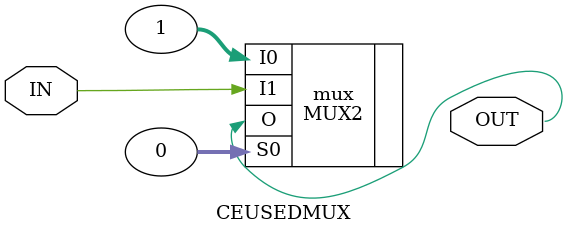
<source format=v>
`include "../../../../../vpr/muxes/logic/mux2/sim.v"

module CEUSEDMUX(IN, OUT);
	input wire IN;

	parameter S = 0;
	output wire OUT;

	MUX2 mux (
		.I0(1),
		.I1(IN),
		.S0(S),
		.O(OUT)
	);
endmodule

</source>
